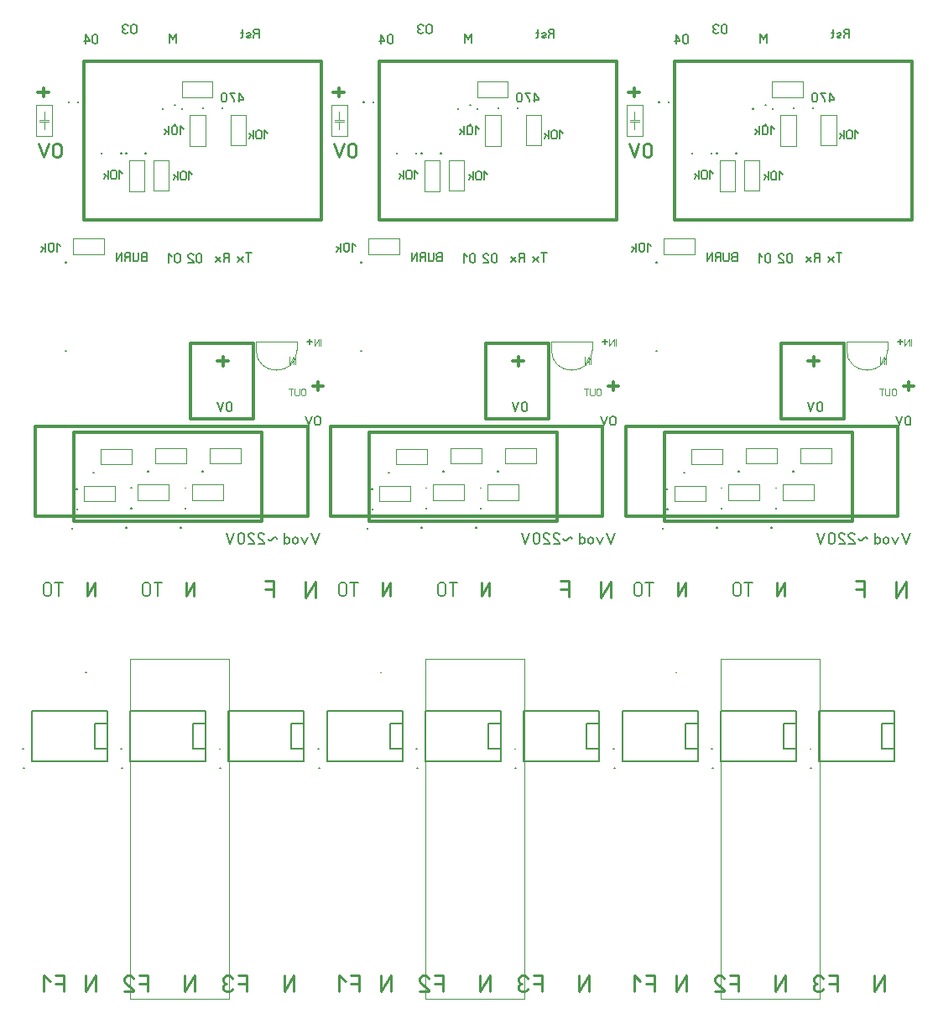
<source format=gbr>
%FSLAX34Y34*%
%MOMM*%
%LNSILK_BOTTOM*%
G71*
G01*
%ADD10C, 0.300*%
%ADD11C, 0.000*%
%ADD12C, 0.144*%
%ADD13C, 0.238*%
%ADD14C, 0.318*%
%ADD15C, 0.159*%
%ADD16C, 0.100*%
%ADD17C, 0.286*%
%ADD18C, 0.167*%
%ADD19C, 0.191*%
%ADD20C, 0.090*%
%ADD21C, 0.150*%
%LPD*%
G54D10*
X295700Y797600D02*
X55700Y797600D01*
X55700Y957600D01*
X295700Y957600D01*
X295700Y797600D01*
G54D11*
X23722Y913010D02*
X23722Y881610D01*
X7722Y881610D01*
X7722Y913010D01*
X23722Y913010D01*
G54D11*
X15722Y906410D02*
X15722Y898410D01*
X20722Y898410D01*
X10722Y898410D01*
G54D11*
X20722Y896410D02*
X10722Y896410D01*
G54D11*
X15722Y896410D02*
X15722Y888410D01*
G54D12*
X50350Y916959D02*
X50350Y916266D01*
X49772Y916266D01*
X49772Y916959D01*
X50350Y916959D01*
X50350Y916266D01*
G54D12*
X40850Y916959D02*
X40850Y916266D01*
X40272Y916266D01*
X40272Y916959D01*
X40850Y916959D01*
X40850Y916266D01*
G54D13*
X24647Y871855D02*
X24647Y863522D01*
X25647Y861855D01*
X27647Y861022D01*
X29647Y861022D01*
X31647Y861855D01*
X32647Y863522D01*
X32647Y871855D01*
X31647Y873522D01*
X29647Y874355D01*
X27647Y874355D01*
X25647Y873522D01*
X24647Y871855D01*
G54D13*
X19980Y874355D02*
X14980Y861022D01*
X9980Y874355D01*
G54D14*
X20277Y925956D02*
X9610Y925956D01*
G54D14*
X14944Y930401D02*
X14944Y921512D01*
G54D15*
X148880Y976370D02*
X148880Y985259D01*
X145546Y979704D01*
X142213Y985259D01*
X142213Y976370D01*
G54D16*
X203701Y903516D02*
X203701Y872316D01*
X219301Y872316D01*
X219301Y903516D01*
X203701Y903516D01*
G54D12*
X175822Y910817D02*
X175822Y910124D01*
X176399Y910124D01*
X176399Y910817D01*
X175822Y910817D01*
X175822Y910124D01*
G54D12*
X195324Y910816D02*
X195324Y910122D01*
X195902Y910122D01*
X195902Y910816D01*
X195324Y910816D01*
X195324Y910122D01*
G54D16*
X163001Y902816D02*
X163001Y871616D01*
X178601Y871616D01*
X178601Y902816D01*
X163001Y902816D01*
G54D12*
X135122Y910117D02*
X135122Y909424D01*
X135699Y909424D01*
X135699Y910117D01*
X135122Y910117D01*
X135122Y909424D01*
G54D12*
X154624Y910116D02*
X154624Y909422D01*
X155202Y909422D01*
X155202Y910116D01*
X154624Y910116D01*
X154624Y909422D01*
G54D16*
X154612Y921328D02*
X185812Y921328D01*
X185812Y936928D01*
X154612Y936928D01*
X154612Y921328D01*
G54D12*
X147311Y893448D02*
X148004Y893448D01*
X148004Y894026D01*
X147311Y894026D01*
X147311Y893448D01*
X148004Y893448D01*
G54D12*
X147312Y912951D02*
X148005Y912951D01*
X148005Y913529D01*
X147312Y913529D01*
X147312Y912951D01*
X148005Y912951D01*
G54D16*
X101401Y857716D02*
X101401Y826516D01*
X117001Y826516D01*
X117001Y857716D01*
X101401Y857716D01*
G54D12*
X73522Y865017D02*
X73522Y864324D01*
X74099Y864324D01*
X74099Y865017D01*
X73522Y865017D01*
X73522Y864324D01*
G54D12*
X93024Y865016D02*
X93024Y864322D01*
X93602Y864322D01*
X93602Y865016D01*
X93024Y865016D01*
X93024Y864322D01*
G54D16*
X126101Y857816D02*
X126101Y826616D01*
X141701Y826616D01*
X141701Y857816D01*
X126101Y857816D01*
G54D12*
X98222Y865117D02*
X98222Y864424D01*
X98799Y864424D01*
X98799Y865117D01*
X98222Y865117D01*
X98222Y864424D01*
G54D12*
X117724Y865116D02*
X117724Y864422D01*
X118302Y864422D01*
X118302Y865116D01*
X117724Y865116D01*
X117724Y864422D01*
G54D16*
X44912Y762928D02*
X76112Y762928D01*
X76112Y778528D01*
X44912Y778528D01*
X44912Y762928D01*
G54D12*
X37611Y665048D02*
X38304Y665048D01*
X38304Y665626D01*
X37611Y665626D01*
X37611Y665048D01*
X38304Y665048D01*
G54D12*
X37612Y754551D02*
X38305Y754551D01*
X38305Y755129D01*
X37612Y755129D01*
X37612Y754551D01*
X38305Y754551D01*
G54D15*
X119280Y755444D02*
X119280Y764333D01*
X115947Y764333D01*
X114614Y763778D01*
X113947Y762667D01*
X113947Y761556D01*
X114614Y760444D01*
X115947Y759889D01*
X114614Y759333D01*
X113947Y758222D01*
X113947Y757111D01*
X114614Y756000D01*
X115947Y755444D01*
X119280Y755444D01*
G54D15*
X119280Y759889D02*
X115947Y759889D01*
G54D15*
X110836Y764333D02*
X110836Y757111D01*
X110170Y756000D01*
X108836Y755444D01*
X107503Y755444D01*
X106170Y756000D01*
X105503Y757111D01*
X105503Y764333D01*
G54D15*
X99726Y759889D02*
X97726Y758778D01*
X97059Y757667D01*
X97059Y755444D01*
G54D15*
X102392Y755444D02*
X102392Y764333D01*
X99059Y764333D01*
X97726Y763778D01*
X97059Y762667D01*
X97059Y761556D01*
X97726Y760444D01*
X99059Y759889D01*
X102392Y759889D01*
G54D15*
X93948Y755444D02*
X93948Y764333D01*
X88615Y755444D01*
X88615Y764333D01*
G54D15*
X222214Y755044D02*
X222214Y763934D01*
G54D15*
X224880Y763934D02*
X219547Y763934D01*
G54D15*
X216436Y760044D02*
X211103Y755044D01*
G54D15*
X216436Y755044D02*
X211103Y760044D01*
G54D15*
X199714Y759389D02*
X197714Y758278D01*
X197047Y757167D01*
X197047Y754944D01*
G54D15*
X202380Y754944D02*
X202380Y763834D01*
X199047Y763834D01*
X197714Y763278D01*
X197047Y762167D01*
X197047Y761056D01*
X197714Y759944D01*
X199047Y759389D01*
X202380Y759389D01*
G54D15*
X193936Y759944D02*
X188603Y754944D01*
G54D15*
X193936Y754944D02*
X188603Y759944D01*
G54D15*
X31980Y770700D02*
X28647Y774033D01*
X28647Y765144D01*
G54D15*
X20203Y772367D02*
X20203Y766811D01*
X20870Y765700D01*
X22203Y765144D01*
X23536Y765144D01*
X24870Y765700D01*
X25536Y766811D01*
X25536Y772367D01*
X24870Y773478D01*
X23536Y774033D01*
X22203Y774033D01*
X20870Y773478D01*
X20203Y772367D01*
G54D15*
X17092Y765144D02*
X17092Y774033D01*
G54D15*
X15092Y768478D02*
X13092Y765144D01*
G54D15*
X17092Y767367D02*
X13092Y770144D01*
G54D15*
X165280Y843200D02*
X161947Y846534D01*
X161947Y837645D01*
G54D15*
X153503Y844867D02*
X153503Y839311D01*
X154170Y838200D01*
X155503Y837645D01*
X156836Y837645D01*
X158170Y838200D01*
X158836Y839311D01*
X158836Y844867D01*
X158170Y845978D01*
X156836Y846534D01*
X155503Y846534D01*
X154170Y845978D01*
X153503Y844867D01*
G54D15*
X150392Y837645D02*
X150392Y846534D01*
G54D15*
X148392Y840978D02*
X146392Y837645D01*
G54D15*
X150392Y839867D02*
X146392Y842645D01*
G54D15*
X95180Y844100D02*
X91847Y847434D01*
X91847Y838545D01*
G54D15*
X83403Y845767D02*
X83403Y840211D01*
X84070Y839100D01*
X85403Y838545D01*
X86736Y838545D01*
X88070Y839100D01*
X88736Y840211D01*
X88736Y845767D01*
X88070Y846878D01*
X86736Y847434D01*
X85403Y847434D01*
X84070Y846878D01*
X83403Y845767D01*
G54D15*
X80292Y838545D02*
X80292Y847434D01*
G54D15*
X78292Y841878D02*
X76292Y838545D01*
G54D15*
X80292Y840767D02*
X76292Y843545D01*
G54D15*
X241680Y884700D02*
X238347Y888033D01*
X238347Y879145D01*
G54D15*
X229903Y886367D02*
X229903Y880811D01*
X230570Y879700D01*
X231903Y879145D01*
X233236Y879145D01*
X234570Y879700D01*
X235236Y880811D01*
X235236Y886367D01*
X234570Y887478D01*
X233236Y888033D01*
X231903Y888033D01*
X230570Y887478D01*
X229903Y886367D01*
G54D15*
X226792Y879145D02*
X226792Y888033D01*
G54D15*
X224792Y882478D02*
X222792Y879145D01*
G54D15*
X226792Y881367D02*
X222792Y884145D01*
G54D15*
X156380Y889000D02*
X153047Y892333D01*
X153047Y883445D01*
G54D15*
X144603Y890667D02*
X144603Y885111D01*
X145270Y884000D01*
X146603Y883445D01*
X147936Y883445D01*
X149270Y884000D01*
X149936Y885111D01*
X149936Y890667D01*
X149270Y891778D01*
X147936Y892333D01*
X146603Y892333D01*
X145270Y891778D01*
X144603Y890667D01*
G54D15*
X141492Y883445D02*
X141492Y892333D01*
G54D15*
X139492Y886778D02*
X137492Y883445D01*
G54D15*
X141492Y885667D02*
X137492Y888445D01*
G54D15*
X212980Y916445D02*
X212980Y925333D01*
X216980Y919778D01*
X216980Y918667D01*
X211647Y918667D01*
G54D15*
X208536Y925333D02*
X203203Y925333D01*
X203870Y924222D01*
X205203Y922556D01*
X206536Y920333D01*
X207203Y918667D01*
X207203Y916445D01*
G54D15*
X194759Y923667D02*
X194759Y918111D01*
X195426Y917000D01*
X196759Y916445D01*
X198092Y916445D01*
X199426Y917000D01*
X200092Y918111D01*
X200092Y923667D01*
X199426Y924778D01*
X198092Y925333D01*
X196759Y925333D01*
X195426Y924778D01*
X194759Y923667D01*
G54D15*
X229814Y985389D02*
X227814Y984278D01*
X227147Y983167D01*
X227147Y980945D01*
G54D15*
X232480Y980945D02*
X232480Y989833D01*
X229147Y989833D01*
X227814Y989278D01*
X227147Y988167D01*
X227147Y987056D01*
X227814Y985945D01*
X229147Y985389D01*
X232480Y985389D01*
G54D15*
X224036Y981500D02*
X222703Y980945D01*
X221370Y980945D01*
X220036Y981500D01*
X220036Y982611D01*
X220703Y983167D01*
X223370Y983722D01*
X224036Y984278D01*
X224036Y985389D01*
X222703Y985945D01*
X221370Y985945D01*
X220036Y985389D01*
G54D15*
X215592Y989833D02*
X215592Y981500D01*
X214925Y980945D01*
X214259Y981167D01*
G54D15*
X216925Y985945D02*
X214259Y985945D01*
G54D15*
X64546Y982592D02*
X64546Y977037D01*
X65213Y975926D01*
X66546Y975370D01*
X67880Y975370D01*
X69213Y975926D01*
X69880Y977037D01*
X69880Y982592D01*
X69213Y983704D01*
X67880Y984259D01*
X66546Y984259D01*
X65213Y983704D01*
X64546Y982592D01*
G54D15*
X57436Y975370D02*
X57436Y984259D01*
X61436Y978704D01*
X61436Y977592D01*
X56102Y977592D01*
G54D15*
X103546Y992592D02*
X103546Y987037D01*
X104213Y985926D01*
X105546Y985370D01*
X106880Y985370D01*
X108213Y985926D01*
X108880Y987037D01*
X108880Y992592D01*
X108213Y993704D01*
X106880Y994259D01*
X105546Y994259D01*
X104213Y993704D01*
X103546Y992592D01*
G54D15*
X100436Y992592D02*
X99769Y993704D01*
X98436Y994259D01*
X97102Y994259D01*
X95769Y993704D01*
X95102Y992592D01*
X95102Y991481D01*
X95769Y990370D01*
X97102Y989815D01*
X95769Y989259D01*
X95102Y988148D01*
X95102Y987037D01*
X95769Y985926D01*
X97102Y985370D01*
X98436Y985370D01*
X99769Y985926D01*
X100436Y987037D01*
G54D15*
X147546Y761592D02*
X147546Y756037D01*
X148213Y754926D01*
X149546Y754370D01*
X150880Y754370D01*
X152213Y754926D01*
X152880Y756037D01*
X152880Y761592D01*
X152213Y762704D01*
X150880Y763259D01*
X149546Y763259D01*
X148213Y762704D01*
X147546Y761592D01*
G54D15*
X144436Y759926D02*
X141102Y763259D01*
X141102Y754370D01*
G54D15*
X169546Y761592D02*
X169546Y756037D01*
X170213Y754926D01*
X171546Y754370D01*
X172880Y754370D01*
X174213Y754926D01*
X174880Y756037D01*
X174880Y761592D01*
X174213Y762704D01*
X172880Y763259D01*
X171546Y763259D01*
X170213Y762704D01*
X169546Y761592D01*
G54D15*
X161102Y754370D02*
X166436Y754370D01*
X166436Y754926D01*
X165769Y756037D01*
X161769Y759370D01*
X161102Y760481D01*
X161102Y761592D01*
X161769Y762704D01*
X163102Y763259D01*
X164436Y763259D01*
X165769Y762704D01*
X166436Y761592D01*
G54D10*
X281575Y498700D02*
X6575Y498700D01*
X6575Y588700D01*
X281575Y588700D01*
X281575Y498700D01*
G54D17*
X247492Y417052D02*
X247492Y433052D01*
X239092Y433052D01*
G54D17*
X247492Y425052D02*
X239092Y425052D01*
G54D17*
X289384Y416552D02*
X289384Y432552D01*
X279784Y416552D01*
X279784Y432552D01*
G54D13*
X167183Y417885D02*
X167183Y431218D01*
X159183Y417885D01*
X159183Y431218D01*
G54D18*
X130656Y417822D02*
X130656Y431155D01*
G54D18*
X134656Y431155D02*
X126656Y431155D01*
G54D18*
X114989Y428655D02*
X114989Y420322D01*
X115989Y418655D01*
X117989Y417822D01*
X119989Y417822D01*
X121989Y418655D01*
X122989Y420322D01*
X122989Y428655D01*
X121989Y430322D01*
X119989Y431155D01*
X117989Y431155D01*
X115989Y430322D01*
X114989Y428655D01*
G54D19*
X293724Y481593D02*
X289724Y470926D01*
X285724Y481593D01*
G54D19*
X281991Y476926D02*
X278791Y470926D01*
X275591Y476926D01*
G54D19*
X267058Y472526D02*
X267058Y475193D01*
X267858Y476526D01*
X269458Y476926D01*
X271058Y476526D01*
X271858Y475193D01*
X271858Y472526D01*
X271058Y471193D01*
X269458Y470926D01*
X267858Y471193D01*
X267058Y472526D01*
G54D19*
X258525Y470926D02*
X258525Y481593D01*
G54D19*
X258525Y475193D02*
X259325Y476526D01*
X260925Y476926D01*
X262525Y476526D01*
X263325Y475193D01*
X263325Y472526D01*
X262525Y471193D01*
X260925Y470926D01*
X259325Y471193D01*
X258525Y472526D01*
G54D19*
X250899Y475593D02*
X250259Y476526D01*
X249299Y477060D01*
X248019Y477060D01*
X247059Y476526D01*
X246259Y475593D01*
X245619Y474660D01*
X244659Y474126D01*
X243219Y474126D01*
X242419Y474660D01*
X241779Y475593D01*
G54D19*
X231646Y470926D02*
X238046Y470926D01*
X238046Y471593D01*
X237246Y472926D01*
X232446Y476926D01*
X231646Y478260D01*
X231646Y479593D01*
X232446Y480926D01*
X234046Y481593D01*
X235646Y481593D01*
X237246Y480926D01*
X238046Y479593D01*
G54D19*
X221513Y470926D02*
X227913Y470926D01*
X227913Y471593D01*
X227113Y472926D01*
X222313Y476926D01*
X221513Y478260D01*
X221513Y479593D01*
X222313Y480926D01*
X223913Y481593D01*
X225513Y481593D01*
X227113Y480926D01*
X227913Y479593D01*
G54D19*
X211380Y479593D02*
X211380Y472926D01*
X212180Y471593D01*
X213780Y470926D01*
X215380Y470926D01*
X216980Y471593D01*
X217780Y472926D01*
X217780Y479593D01*
X216980Y480926D01*
X215380Y481593D01*
X213780Y481593D01*
X212180Y480926D01*
X211380Y479593D01*
G54D19*
X207647Y481593D02*
X203647Y470926D01*
X199647Y481593D01*
G54D13*
X67204Y417885D02*
X67204Y431218D01*
X59204Y417885D01*
X59204Y431218D01*
G54D18*
X30676Y417822D02*
X30676Y431155D01*
G54D18*
X34676Y431155D02*
X26676Y431155D01*
G54D18*
X15009Y428655D02*
X15009Y420322D01*
X16009Y418655D01*
X18009Y417822D01*
X20009Y417822D01*
X22009Y418655D01*
X23009Y420322D01*
X23009Y428655D01*
X22009Y430322D01*
X20009Y431155D01*
X18009Y431155D01*
X16009Y430322D01*
X15009Y428655D01*
G54D16*
X72776Y550599D02*
X103975Y550600D01*
X103975Y566199D01*
X72775Y566199D01*
X72776Y550599D01*
G54D12*
X48076Y525921D02*
X48770Y525921D01*
X48770Y526499D01*
X48076Y526499D01*
X48076Y525921D01*
X48770Y525921D01*
G54D12*
X65475Y542223D02*
X66169Y542223D01*
X66169Y542801D01*
X65475Y542801D01*
X65475Y542223D01*
X66169Y542223D01*
G54D16*
X56056Y513699D02*
X87256Y513699D01*
X87256Y529299D01*
X56056Y529299D01*
X56056Y513699D01*
G54D12*
X43755Y485821D02*
X44448Y485821D01*
X44448Y486399D01*
X43755Y486399D01*
X43755Y485821D01*
X44448Y485821D01*
G54D12*
X48757Y505322D02*
X49450Y505322D01*
X49450Y505900D01*
X48757Y505900D01*
X48757Y505322D01*
X49450Y505322D01*
G54D16*
X165376Y514699D02*
X196575Y514700D01*
X196576Y530299D01*
X165376Y530299D01*
X165376Y514699D01*
G54D12*
X153075Y486820D02*
X153769Y486820D01*
X153769Y487398D01*
X153075Y487398D01*
X153075Y486820D01*
X153769Y486820D01*
G54D12*
X158074Y506322D02*
X158768Y506322D01*
X158768Y506900D01*
X158074Y506900D01*
X158074Y506322D01*
X158768Y506322D01*
G54D16*
X110376Y514699D02*
X141576Y514700D01*
X141576Y530300D01*
X110376Y530300D01*
X110376Y514699D01*
G54D12*
X98074Y486819D02*
X98768Y486819D01*
X98768Y487397D01*
X98074Y487397D01*
X98074Y486819D01*
X98768Y486819D01*
G54D12*
X103076Y506322D02*
X103769Y506322D01*
X103769Y506900D01*
X103076Y506900D01*
X103076Y506322D01*
X103769Y506322D01*
G54D16*
X182776Y551600D02*
X213975Y551600D01*
X213976Y567200D01*
X182776Y567200D01*
X182776Y551600D01*
G54D12*
X158074Y526922D02*
X158768Y526922D01*
X158768Y527500D01*
X158074Y527500D01*
X158074Y526922D01*
X158768Y526922D01*
G54D12*
X175474Y543223D02*
X176168Y543223D01*
X176168Y543801D01*
X175474Y543801D01*
X175474Y543223D01*
X176168Y543223D01*
G54D16*
X127776Y551599D02*
X158976Y551599D01*
X158976Y567200D01*
X127776Y567200D01*
X127776Y551599D01*
G54D12*
X103076Y526923D02*
X103769Y526923D01*
X103769Y527501D01*
X103076Y527501D01*
X103076Y526923D01*
X103769Y526923D01*
G54D12*
X120474Y543222D02*
X121168Y543222D01*
X121168Y543799D01*
X120474Y543799D01*
X120474Y543222D01*
X121168Y543222D01*
G54D10*
X235803Y583503D02*
X235803Y493503D01*
X45803Y493503D01*
X45803Y583503D01*
X235803Y583503D01*
G54D10*
X163301Y673103D02*
X226801Y673103D01*
X226801Y596903D01*
X163301Y596903D01*
X163301Y673103D01*
G54D15*
X199956Y611569D02*
X199956Y606013D01*
X200623Y604902D01*
X201956Y604347D01*
X203290Y604347D01*
X204623Y604902D01*
X205290Y606013D01*
X205290Y611569D01*
X204623Y612680D01*
X203290Y613236D01*
X201956Y613236D01*
X200623Y612680D01*
X199956Y611569D01*
G54D15*
X196846Y613236D02*
X193512Y604347D01*
X190179Y613236D01*
G54D14*
X297531Y629739D02*
X286864Y629739D01*
G54D14*
X292198Y634184D02*
X292198Y625294D01*
G54D15*
X288956Y597569D02*
X288956Y592013D01*
X289623Y590902D01*
X290956Y590347D01*
X292290Y590347D01*
X293623Y590902D01*
X294290Y592013D01*
X294290Y597569D01*
X293623Y598680D01*
X292290Y599236D01*
X290956Y599236D01*
X289623Y598680D01*
X288956Y597569D01*
G54D15*
X285846Y599236D02*
X282512Y590347D01*
X279179Y599236D01*
G54D16*
X229700Y666250D02*
X229700Y674250D01*
X270900Y674250D01*
X270900Y666250D01*
G54D16*
G75*
G01X229600Y666350D02*
G03X271000Y666350I20700J0D01*
G01*
G54D20*
X269660Y652050D02*
X269660Y659150D01*
G54D20*
X267660Y652050D02*
X267660Y659150D01*
X263360Y652050D01*
X263360Y659150D01*
G54D14*
X201531Y654739D02*
X190864Y654739D01*
G54D14*
X196198Y659184D02*
X196198Y650294D01*
G54D20*
X294660Y670050D02*
X294660Y677150D01*
G54D20*
X292660Y670050D02*
X292660Y677150D01*
X288360Y670050D01*
X288360Y677150D01*
G54D20*
X275140Y625850D02*
X275140Y621350D01*
X275740Y620450D01*
X276740Y620050D01*
X277840Y620050D01*
X278940Y620450D01*
X279440Y621350D01*
X279440Y625850D01*
X278940Y626750D01*
X277840Y627150D01*
X276740Y627150D01*
X275740Y626750D01*
X275140Y625850D01*
G54D20*
X273140Y627150D02*
X273140Y621350D01*
X272640Y620450D01*
X271540Y620050D01*
X270440Y620050D01*
X269440Y620450D01*
X268840Y621350D01*
X268840Y627150D01*
G54D20*
X264740Y620050D02*
X264740Y627150D01*
G54D20*
X266840Y627150D02*
X262540Y627150D01*
G54D15*
X286268Y674464D02*
X280935Y674464D01*
G54D15*
X283602Y676686D02*
X283602Y672242D01*
G54D17*
X220066Y18981D02*
X220066Y34981D01*
X211666Y34981D01*
G54D17*
X220066Y26981D02*
X211666Y26981D01*
G54D17*
X206066Y31981D02*
X204866Y33981D01*
X202466Y34981D01*
X200066Y34981D01*
X197666Y33981D01*
X196466Y31981D01*
X196466Y29981D01*
X197666Y27981D01*
X200066Y26981D01*
X197666Y25981D01*
X196466Y23981D01*
X196466Y21981D01*
X197666Y19981D01*
X200066Y18981D01*
X202466Y18981D01*
X204866Y19981D01*
X206066Y21981D01*
G54D17*
X267457Y18981D02*
X267457Y34981D01*
X257857Y18981D01*
X257857Y34981D01*
G54D17*
X120066Y18981D02*
X120066Y34981D01*
X111666Y34981D01*
G54D17*
X120066Y26981D02*
X111666Y26981D01*
G54D17*
X96466Y18981D02*
X106066Y18981D01*
X106066Y19981D01*
X104866Y21981D01*
X97666Y27981D01*
X96466Y29981D01*
X96466Y31981D01*
X97666Y33981D01*
X100066Y34981D01*
X102466Y34981D01*
X104866Y33981D01*
X106066Y31981D01*
G54D17*
X167457Y18981D02*
X167457Y34981D01*
X157857Y18981D01*
X157857Y34981D01*
G54D21*
X79354Y251429D02*
X79354Y302229D01*
X3154Y302229D01*
X3154Y251429D01*
X79354Y251429D01*
G54D21*
X79354Y264129D02*
X79354Y289529D01*
X66654Y289529D01*
X66654Y264129D01*
X79354Y264129D01*
G54D12*
X-4096Y244188D02*
X-4790Y244188D01*
X-4790Y244766D01*
X-4096Y244766D01*
X-4096Y244188D01*
X-4790Y244188D01*
G54D12*
X-5483Y263688D02*
X-4790Y263688D01*
X-4790Y264266D01*
X-5483Y264266D01*
X-5483Y263688D01*
X-4790Y263688D01*
G54D12*
X-5483Y263688D02*
X-4790Y263688D01*
X-4790Y264266D01*
X-5483Y264266D01*
X-5483Y263688D01*
X-4790Y263688D01*
G54D17*
X35666Y18981D02*
X35666Y34981D01*
X27266Y34981D01*
G54D17*
X35666Y26981D02*
X27266Y26981D01*
G54D17*
X21666Y28981D02*
X15666Y34981D01*
X15666Y18981D01*
G54D17*
X67457Y18981D02*
X67457Y34981D01*
X57857Y18981D01*
X57857Y34981D01*
G54D21*
X178379Y251300D02*
X178379Y302100D01*
X102179Y302100D01*
X102179Y251300D01*
X178379Y251300D01*
G54D21*
X178379Y264000D02*
X178379Y289400D01*
X165679Y289400D01*
X165679Y264000D01*
X178379Y264000D01*
G54D12*
X94928Y244059D02*
X94235Y244059D01*
X94235Y244637D01*
X94928Y244637D01*
X94928Y244059D01*
X94235Y244059D01*
G54D12*
X93542Y263559D02*
X94235Y263559D01*
X94235Y264137D01*
X93542Y264137D01*
X93542Y263559D01*
X94235Y263559D01*
G54D12*
X93542Y263559D02*
X94235Y263559D01*
X94235Y264137D01*
X93542Y264137D01*
X93542Y263559D01*
X94235Y263559D01*
G54D21*
X277579Y251400D02*
X277579Y302200D01*
X201379Y302200D01*
X201379Y251400D01*
X277579Y251400D01*
G54D21*
X277579Y264100D02*
X277579Y289500D01*
X264879Y289500D01*
X264879Y264100D01*
X277579Y264100D01*
G54D12*
X194128Y244159D02*
X193435Y244159D01*
X193435Y244737D01*
X194128Y244737D01*
X194128Y244159D01*
X193435Y244159D01*
G54D12*
X192742Y263659D02*
X193435Y263659D01*
X193435Y264237D01*
X192742Y264237D01*
X192742Y263659D01*
X193435Y263659D01*
G54D12*
X192742Y263659D02*
X193435Y263659D01*
X193435Y264237D01*
X192742Y264237D01*
X192742Y263659D01*
X193435Y263659D01*
G54D12*
X57364Y340676D02*
X58058Y340676D01*
X58058Y341254D01*
X57364Y341254D01*
X57364Y340676D01*
X58058Y340676D01*
G54D16*
X102454Y354429D02*
X202454Y354429D01*
X202454Y11329D01*
X102454Y11329D01*
X102454Y354429D01*
G54D10*
X593700Y797600D02*
X353700Y797600D01*
X353700Y957600D01*
X593700Y957600D01*
X593700Y797600D01*
G54D11*
X321722Y913010D02*
X321722Y881610D01*
X305722Y881610D01*
X305722Y913010D01*
X321722Y913010D01*
G54D11*
X313722Y906410D02*
X313722Y898410D01*
X318722Y898410D01*
X308722Y898410D01*
G54D11*
X318722Y896410D02*
X308722Y896410D01*
G54D11*
X313722Y896410D02*
X313722Y888410D01*
G54D12*
X348350Y916959D02*
X348350Y916266D01*
X347772Y916266D01*
X347772Y916959D01*
X348350Y916959D01*
X348350Y916266D01*
G54D12*
X338850Y916959D02*
X338850Y916266D01*
X338272Y916266D01*
X338272Y916959D01*
X338850Y916959D01*
X338850Y916266D01*
G54D13*
X322647Y871855D02*
X322647Y863522D01*
X323647Y861855D01*
X325647Y861022D01*
X327647Y861022D01*
X329647Y861855D01*
X330647Y863522D01*
X330647Y871855D01*
X329647Y873522D01*
X327647Y874355D01*
X325647Y874355D01*
X323647Y873522D01*
X322647Y871855D01*
G54D13*
X317980Y874355D02*
X312980Y861022D01*
X307980Y874355D01*
G54D14*
X318277Y925956D02*
X307610Y925956D01*
G54D14*
X312944Y930401D02*
X312944Y921512D01*
G54D15*
X446880Y976370D02*
X446880Y985259D01*
X443546Y979704D01*
X440213Y985259D01*
X440213Y976370D01*
G54D16*
X501701Y903516D02*
X501701Y872316D01*
X517301Y872316D01*
X517301Y903516D01*
X501701Y903516D01*
G54D12*
X473822Y910817D02*
X473822Y910124D01*
X474399Y910124D01*
X474399Y910817D01*
X473822Y910817D01*
X473822Y910124D01*
G54D12*
X493324Y910816D02*
X493324Y910122D01*
X493902Y910122D01*
X493902Y910816D01*
X493324Y910816D01*
X493324Y910122D01*
G54D16*
X461001Y902816D02*
X461001Y871616D01*
X476601Y871616D01*
X476601Y902816D01*
X461001Y902816D01*
G54D12*
X433122Y910117D02*
X433122Y909424D01*
X433699Y909424D01*
X433699Y910117D01*
X433122Y910117D01*
X433122Y909424D01*
G54D12*
X452624Y910116D02*
X452624Y909422D01*
X453202Y909422D01*
X453202Y910116D01*
X452624Y910116D01*
X452624Y909422D01*
G54D16*
X452612Y921328D02*
X483812Y921328D01*
X483812Y936928D01*
X452612Y936928D01*
X452612Y921328D01*
G54D12*
X445311Y893448D02*
X446004Y893448D01*
X446004Y894026D01*
X445311Y894026D01*
X445311Y893448D01*
X446004Y893448D01*
G54D12*
X445312Y912951D02*
X446005Y912951D01*
X446005Y913529D01*
X445312Y913529D01*
X445312Y912951D01*
X446005Y912951D01*
G54D16*
X399401Y857716D02*
X399401Y826516D01*
X415001Y826516D01*
X415001Y857716D01*
X399401Y857716D01*
G54D12*
X371522Y865017D02*
X371522Y864324D01*
X372099Y864324D01*
X372099Y865017D01*
X371522Y865017D01*
X371522Y864324D01*
G54D12*
X391024Y865016D02*
X391024Y864322D01*
X391602Y864322D01*
X391602Y865016D01*
X391024Y865016D01*
X391024Y864322D01*
G54D16*
X424101Y857816D02*
X424101Y826616D01*
X439701Y826616D01*
X439701Y857816D01*
X424101Y857816D01*
G54D12*
X396222Y865117D02*
X396222Y864424D01*
X396799Y864424D01*
X396799Y865117D01*
X396222Y865117D01*
X396222Y864424D01*
G54D12*
X415724Y865116D02*
X415724Y864422D01*
X416302Y864422D01*
X416302Y865116D01*
X415724Y865116D01*
X415724Y864422D01*
G54D16*
X342912Y762928D02*
X374112Y762928D01*
X374112Y778528D01*
X342912Y778528D01*
X342912Y762928D01*
G54D12*
X335611Y665048D02*
X336304Y665048D01*
X336304Y665626D01*
X335611Y665626D01*
X335611Y665048D01*
X336304Y665048D01*
G54D12*
X335612Y754551D02*
X336305Y754551D01*
X336305Y755129D01*
X335612Y755129D01*
X335612Y754551D01*
X336305Y754551D01*
G54D15*
X417280Y755444D02*
X417280Y764333D01*
X413947Y764333D01*
X412614Y763778D01*
X411947Y762667D01*
X411947Y761556D01*
X412614Y760444D01*
X413947Y759889D01*
X412614Y759333D01*
X411947Y758222D01*
X411947Y757111D01*
X412614Y756000D01*
X413947Y755444D01*
X417280Y755444D01*
G54D15*
X417280Y759889D02*
X413947Y759889D01*
G54D15*
X408836Y764333D02*
X408836Y757111D01*
X408170Y756000D01*
X406836Y755444D01*
X405503Y755444D01*
X404170Y756000D01*
X403503Y757111D01*
X403503Y764333D01*
G54D15*
X397726Y759889D02*
X395726Y758778D01*
X395059Y757667D01*
X395059Y755444D01*
G54D15*
X400392Y755444D02*
X400392Y764333D01*
X397059Y764333D01*
X395726Y763778D01*
X395059Y762667D01*
X395059Y761556D01*
X395726Y760444D01*
X397059Y759889D01*
X400392Y759889D01*
G54D15*
X391948Y755444D02*
X391948Y764333D01*
X386615Y755444D01*
X386615Y764333D01*
G54D15*
X520214Y755044D02*
X520214Y763934D01*
G54D15*
X522880Y763934D02*
X517547Y763934D01*
G54D15*
X514436Y760044D02*
X509103Y755044D01*
G54D15*
X514436Y755044D02*
X509103Y760044D01*
G54D15*
X497714Y759389D02*
X495714Y758278D01*
X495047Y757167D01*
X495047Y754944D01*
G54D15*
X500380Y754944D02*
X500380Y763834D01*
X497047Y763834D01*
X495714Y763278D01*
X495047Y762167D01*
X495047Y761056D01*
X495714Y759944D01*
X497047Y759389D01*
X500380Y759389D01*
G54D15*
X491936Y759944D02*
X486603Y754944D01*
G54D15*
X491936Y754944D02*
X486603Y759944D01*
G54D15*
X329980Y770700D02*
X326647Y774033D01*
X326647Y765144D01*
G54D15*
X318203Y772367D02*
X318203Y766811D01*
X318870Y765700D01*
X320203Y765144D01*
X321536Y765144D01*
X322870Y765700D01*
X323536Y766811D01*
X323536Y772367D01*
X322870Y773478D01*
X321536Y774033D01*
X320203Y774033D01*
X318870Y773478D01*
X318203Y772367D01*
G54D15*
X315092Y765144D02*
X315092Y774033D01*
G54D15*
X313092Y768478D02*
X311092Y765144D01*
G54D15*
X315092Y767367D02*
X311092Y770144D01*
G54D15*
X463280Y843200D02*
X459947Y846534D01*
X459947Y837645D01*
G54D15*
X451503Y844867D02*
X451503Y839311D01*
X452170Y838200D01*
X453503Y837645D01*
X454836Y837645D01*
X456170Y838200D01*
X456836Y839311D01*
X456836Y844867D01*
X456170Y845978D01*
X454836Y846534D01*
X453503Y846534D01*
X452170Y845978D01*
X451503Y844867D01*
G54D15*
X448392Y837645D02*
X448392Y846534D01*
G54D15*
X446392Y840978D02*
X444392Y837645D01*
G54D15*
X448392Y839867D02*
X444392Y842645D01*
G54D15*
X393180Y844100D02*
X389847Y847434D01*
X389847Y838545D01*
G54D15*
X381403Y845767D02*
X381403Y840211D01*
X382070Y839100D01*
X383403Y838545D01*
X384736Y838545D01*
X386070Y839100D01*
X386736Y840211D01*
X386736Y845767D01*
X386070Y846878D01*
X384736Y847434D01*
X383403Y847434D01*
X382070Y846878D01*
X381403Y845767D01*
G54D15*
X378292Y838545D02*
X378292Y847434D01*
G54D15*
X376292Y841878D02*
X374292Y838545D01*
G54D15*
X378292Y840767D02*
X374292Y843545D01*
G54D15*
X539680Y884700D02*
X536347Y888033D01*
X536347Y879145D01*
G54D15*
X527903Y886367D02*
X527903Y880811D01*
X528570Y879700D01*
X529903Y879145D01*
X531236Y879145D01*
X532570Y879700D01*
X533236Y880811D01*
X533236Y886367D01*
X532570Y887478D01*
X531236Y888033D01*
X529903Y888033D01*
X528570Y887478D01*
X527903Y886367D01*
G54D15*
X524792Y879145D02*
X524792Y888033D01*
G54D15*
X522792Y882478D02*
X520792Y879145D01*
G54D15*
X524792Y881367D02*
X520792Y884145D01*
G54D15*
X454380Y889000D02*
X451047Y892333D01*
X451047Y883445D01*
G54D15*
X442603Y890667D02*
X442603Y885111D01*
X443270Y884000D01*
X444603Y883445D01*
X445936Y883445D01*
X447270Y884000D01*
X447936Y885111D01*
X447936Y890667D01*
X447270Y891778D01*
X445936Y892333D01*
X444603Y892333D01*
X443270Y891778D01*
X442603Y890667D01*
G54D15*
X439492Y883445D02*
X439492Y892333D01*
G54D15*
X437492Y886778D02*
X435492Y883445D01*
G54D15*
X439492Y885667D02*
X435492Y888445D01*
G54D15*
X510980Y916445D02*
X510980Y925333D01*
X514980Y919778D01*
X514980Y918667D01*
X509647Y918667D01*
G54D15*
X506536Y925333D02*
X501203Y925333D01*
X501870Y924222D01*
X503203Y922556D01*
X504536Y920333D01*
X505203Y918667D01*
X505203Y916445D01*
G54D15*
X492759Y923667D02*
X492759Y918111D01*
X493426Y917000D01*
X494759Y916445D01*
X496092Y916445D01*
X497426Y917000D01*
X498092Y918111D01*
X498092Y923667D01*
X497426Y924778D01*
X496092Y925333D01*
X494759Y925333D01*
X493426Y924778D01*
X492759Y923667D01*
G54D15*
X527814Y985389D02*
X525814Y984278D01*
X525147Y983167D01*
X525147Y980945D01*
G54D15*
X530480Y980945D02*
X530480Y989833D01*
X527147Y989833D01*
X525814Y989278D01*
X525147Y988167D01*
X525147Y987056D01*
X525814Y985945D01*
X527147Y985389D01*
X530480Y985389D01*
G54D15*
X522036Y981500D02*
X520703Y980945D01*
X519370Y980945D01*
X518036Y981500D01*
X518036Y982611D01*
X518703Y983167D01*
X521370Y983722D01*
X522036Y984278D01*
X522036Y985389D01*
X520703Y985945D01*
X519370Y985945D01*
X518036Y985389D01*
G54D15*
X513592Y989833D02*
X513592Y981500D01*
X512925Y980945D01*
X512259Y981167D01*
G54D15*
X514925Y985945D02*
X512259Y985945D01*
G54D15*
X362546Y982592D02*
X362546Y977037D01*
X363213Y975926D01*
X364546Y975370D01*
X365880Y975370D01*
X367213Y975926D01*
X367880Y977037D01*
X367880Y982592D01*
X367213Y983704D01*
X365880Y984259D01*
X364546Y984259D01*
X363213Y983704D01*
X362546Y982592D01*
G54D15*
X355436Y975370D02*
X355436Y984259D01*
X359436Y978704D01*
X359436Y977592D01*
X354102Y977592D01*
G54D15*
X401546Y992592D02*
X401546Y987037D01*
X402213Y985926D01*
X403546Y985370D01*
X404880Y985370D01*
X406213Y985926D01*
X406880Y987037D01*
X406880Y992592D01*
X406213Y993704D01*
X404880Y994259D01*
X403546Y994259D01*
X402213Y993704D01*
X401546Y992592D01*
G54D15*
X398436Y992592D02*
X397769Y993704D01*
X396436Y994259D01*
X395102Y994259D01*
X393769Y993704D01*
X393102Y992592D01*
X393102Y991481D01*
X393769Y990370D01*
X395102Y989815D01*
X393769Y989259D01*
X393102Y988148D01*
X393102Y987037D01*
X393769Y985926D01*
X395102Y985370D01*
X396436Y985370D01*
X397769Y985926D01*
X398436Y987037D01*
G54D15*
X445546Y761592D02*
X445546Y756037D01*
X446213Y754926D01*
X447546Y754370D01*
X448880Y754370D01*
X450213Y754926D01*
X450880Y756037D01*
X450880Y761592D01*
X450213Y762704D01*
X448880Y763259D01*
X447546Y763259D01*
X446213Y762704D01*
X445546Y761592D01*
G54D15*
X442436Y759926D02*
X439102Y763259D01*
X439102Y754370D01*
G54D15*
X467546Y761592D02*
X467546Y756037D01*
X468213Y754926D01*
X469546Y754370D01*
X470880Y754370D01*
X472213Y754926D01*
X472880Y756037D01*
X472880Y761592D01*
X472213Y762704D01*
X470880Y763259D01*
X469546Y763259D01*
X468213Y762704D01*
X467546Y761592D01*
G54D15*
X459102Y754370D02*
X464436Y754370D01*
X464436Y754926D01*
X463769Y756037D01*
X459769Y759370D01*
X459102Y760481D01*
X459102Y761592D01*
X459769Y762704D01*
X461102Y763259D01*
X462436Y763259D01*
X463769Y762704D01*
X464436Y761592D01*
G54D10*
X579575Y498700D02*
X304575Y498700D01*
X304575Y588700D01*
X579575Y588700D01*
X579575Y498700D01*
G54D17*
X545492Y417052D02*
X545492Y433052D01*
X537092Y433052D01*
G54D17*
X545492Y425052D02*
X537092Y425052D01*
G54D17*
X587384Y416552D02*
X587384Y432552D01*
X577784Y416552D01*
X577784Y432552D01*
G54D13*
X465183Y417885D02*
X465183Y431218D01*
X457183Y417885D01*
X457183Y431218D01*
G54D18*
X428656Y417822D02*
X428656Y431155D01*
G54D18*
X432656Y431155D02*
X424656Y431155D01*
G54D18*
X412989Y428655D02*
X412989Y420322D01*
X413989Y418655D01*
X415989Y417822D01*
X417989Y417822D01*
X419989Y418655D01*
X420989Y420322D01*
X420989Y428655D01*
X419989Y430322D01*
X417989Y431155D01*
X415989Y431155D01*
X413989Y430322D01*
X412989Y428655D01*
G54D19*
X591724Y481593D02*
X587724Y470926D01*
X583724Y481593D01*
G54D19*
X579991Y476926D02*
X576791Y470926D01*
X573591Y476926D01*
G54D19*
X565058Y472526D02*
X565058Y475193D01*
X565858Y476526D01*
X567458Y476926D01*
X569058Y476526D01*
X569858Y475193D01*
X569858Y472526D01*
X569058Y471193D01*
X567458Y470926D01*
X565858Y471193D01*
X565058Y472526D01*
G54D19*
X556525Y470926D02*
X556525Y481593D01*
G54D19*
X556525Y475193D02*
X557325Y476526D01*
X558925Y476926D01*
X560525Y476526D01*
X561325Y475193D01*
X561325Y472526D01*
X560525Y471193D01*
X558925Y470926D01*
X557325Y471193D01*
X556525Y472526D01*
G54D19*
X548899Y475593D02*
X548259Y476526D01*
X547299Y477060D01*
X546019Y477060D01*
X545059Y476526D01*
X544259Y475593D01*
X543619Y474660D01*
X542659Y474126D01*
X541219Y474126D01*
X540419Y474660D01*
X539779Y475593D01*
G54D19*
X529646Y470926D02*
X536046Y470926D01*
X536046Y471593D01*
X535246Y472926D01*
X530446Y476926D01*
X529646Y478260D01*
X529646Y479593D01*
X530446Y480926D01*
X532046Y481593D01*
X533646Y481593D01*
X535246Y480926D01*
X536046Y479593D01*
G54D19*
X519513Y470926D02*
X525913Y470926D01*
X525913Y471593D01*
X525113Y472926D01*
X520313Y476926D01*
X519513Y478260D01*
X519513Y479593D01*
X520313Y480926D01*
X521913Y481593D01*
X523513Y481593D01*
X525113Y480926D01*
X525913Y479593D01*
G54D19*
X509380Y479593D02*
X509380Y472926D01*
X510180Y471593D01*
X511780Y470926D01*
X513380Y470926D01*
X514980Y471593D01*
X515780Y472926D01*
X515780Y479593D01*
X514980Y480926D01*
X513380Y481593D01*
X511780Y481593D01*
X510180Y480926D01*
X509380Y479593D01*
G54D19*
X505647Y481593D02*
X501647Y470926D01*
X497647Y481593D01*
G54D13*
X365204Y417885D02*
X365204Y431218D01*
X357204Y417885D01*
X357204Y431218D01*
G54D18*
X328676Y417822D02*
X328676Y431155D01*
G54D18*
X332676Y431155D02*
X324676Y431155D01*
G54D18*
X313009Y428655D02*
X313009Y420322D01*
X314009Y418655D01*
X316009Y417822D01*
X318009Y417822D01*
X320009Y418655D01*
X321009Y420322D01*
X321009Y428655D01*
X320009Y430322D01*
X318009Y431155D01*
X316009Y431155D01*
X314009Y430322D01*
X313009Y428655D01*
G54D16*
X370776Y550599D02*
X401975Y550600D01*
X401975Y566199D01*
X370775Y566199D01*
X370776Y550599D01*
G54D12*
X346076Y525921D02*
X346770Y525921D01*
X346770Y526499D01*
X346076Y526499D01*
X346076Y525921D01*
X346770Y525921D01*
G54D12*
X363475Y542223D02*
X364169Y542223D01*
X364169Y542801D01*
X363475Y542801D01*
X363475Y542223D01*
X364169Y542223D01*
G54D16*
X354056Y513699D02*
X385256Y513699D01*
X385256Y529299D01*
X354056Y529299D01*
X354056Y513699D01*
G54D12*
X341755Y485821D02*
X342448Y485821D01*
X342448Y486399D01*
X341755Y486399D01*
X341755Y485821D01*
X342448Y485821D01*
G54D12*
X346757Y505322D02*
X347450Y505322D01*
X347450Y505900D01*
X346757Y505900D01*
X346757Y505322D01*
X347450Y505322D01*
G54D16*
X463376Y514699D02*
X494575Y514700D01*
X494576Y530299D01*
X463376Y530299D01*
X463376Y514699D01*
G54D12*
X451075Y486820D02*
X451769Y486820D01*
X451769Y487398D01*
X451075Y487398D01*
X451075Y486820D01*
X451769Y486820D01*
G54D12*
X456074Y506322D02*
X456768Y506322D01*
X456768Y506900D01*
X456074Y506900D01*
X456074Y506322D01*
X456768Y506322D01*
G54D16*
X408376Y514699D02*
X439576Y514700D01*
X439576Y530300D01*
X408376Y530300D01*
X408376Y514699D01*
G54D12*
X396074Y486819D02*
X396768Y486819D01*
X396768Y487397D01*
X396074Y487397D01*
X396074Y486819D01*
X396768Y486819D01*
G54D12*
X401076Y506322D02*
X401769Y506322D01*
X401769Y506900D01*
X401076Y506900D01*
X401076Y506322D01*
X401769Y506322D01*
G54D16*
X480776Y551600D02*
X511975Y551600D01*
X511976Y567200D01*
X480776Y567200D01*
X480776Y551600D01*
G54D12*
X456074Y526922D02*
X456768Y526922D01*
X456768Y527500D01*
X456074Y527500D01*
X456074Y526922D01*
X456768Y526922D01*
G54D12*
X473474Y543223D02*
X474168Y543223D01*
X474168Y543801D01*
X473474Y543801D01*
X473474Y543223D01*
X474168Y543223D01*
G54D16*
X425776Y551599D02*
X456976Y551599D01*
X456976Y567200D01*
X425776Y567200D01*
X425776Y551599D01*
G54D12*
X401076Y526923D02*
X401769Y526923D01*
X401769Y527501D01*
X401076Y527501D01*
X401076Y526923D01*
X401769Y526923D01*
G54D12*
X418474Y543222D02*
X419168Y543222D01*
X419168Y543799D01*
X418474Y543799D01*
X418474Y543222D01*
X419168Y543222D01*
G54D10*
X533803Y583503D02*
X533803Y493503D01*
X343803Y493503D01*
X343803Y583503D01*
X533803Y583503D01*
G54D10*
X461301Y673103D02*
X524801Y673103D01*
X524801Y596903D01*
X461301Y596903D01*
X461301Y673103D01*
G54D15*
X497956Y611569D02*
X497956Y606013D01*
X498623Y604902D01*
X499956Y604347D01*
X501290Y604347D01*
X502623Y604902D01*
X503290Y606013D01*
X503290Y611569D01*
X502623Y612680D01*
X501290Y613236D01*
X499956Y613236D01*
X498623Y612680D01*
X497956Y611569D01*
G54D15*
X494846Y613236D02*
X491512Y604347D01*
X488179Y613236D01*
G54D14*
X595531Y629739D02*
X584864Y629739D01*
G54D14*
X590198Y634184D02*
X590198Y625294D01*
G54D15*
X586956Y597569D02*
X586956Y592013D01*
X587623Y590902D01*
X588956Y590347D01*
X590290Y590347D01*
X591623Y590902D01*
X592290Y592013D01*
X592290Y597569D01*
X591623Y598680D01*
X590290Y599236D01*
X588956Y599236D01*
X587623Y598680D01*
X586956Y597569D01*
G54D15*
X583846Y599236D02*
X580512Y590347D01*
X577179Y599236D01*
G54D16*
X527700Y666250D02*
X527700Y674250D01*
X568900Y674250D01*
X568900Y666250D01*
G54D16*
G75*
G01X527600Y666350D02*
G03X569000Y666350I20700J0D01*
G01*
G54D20*
X567660Y652050D02*
X567660Y659150D01*
G54D20*
X565660Y652050D02*
X565660Y659150D01*
X561360Y652050D01*
X561360Y659150D01*
G54D14*
X499531Y654739D02*
X488864Y654739D01*
G54D14*
X494198Y659184D02*
X494198Y650294D01*
G54D20*
X592660Y670050D02*
X592660Y677150D01*
G54D20*
X590660Y670050D02*
X590660Y677150D01*
X586360Y670050D01*
X586360Y677150D01*
G54D20*
X573140Y625850D02*
X573140Y621350D01*
X573740Y620450D01*
X574740Y620050D01*
X575840Y620050D01*
X576940Y620450D01*
X577440Y621350D01*
X577440Y625850D01*
X576940Y626750D01*
X575840Y627150D01*
X574740Y627150D01*
X573740Y626750D01*
X573140Y625850D01*
G54D20*
X571140Y627150D02*
X571140Y621350D01*
X570640Y620450D01*
X569540Y620050D01*
X568440Y620050D01*
X567440Y620450D01*
X566840Y621350D01*
X566840Y627150D01*
G54D20*
X562740Y620050D02*
X562740Y627150D01*
G54D20*
X564840Y627150D02*
X560540Y627150D01*
G54D15*
X584268Y674464D02*
X578935Y674464D01*
G54D15*
X581602Y676686D02*
X581602Y672242D01*
G54D17*
X518066Y18981D02*
X518066Y34981D01*
X509666Y34981D01*
G54D17*
X518066Y26981D02*
X509666Y26981D01*
G54D17*
X504066Y31981D02*
X502866Y33981D01*
X500466Y34981D01*
X498066Y34981D01*
X495666Y33981D01*
X494466Y31981D01*
X494466Y29981D01*
X495666Y27981D01*
X498066Y26981D01*
X495666Y25981D01*
X494466Y23981D01*
X494466Y21981D01*
X495666Y19981D01*
X498066Y18981D01*
X500466Y18981D01*
X502866Y19981D01*
X504066Y21981D01*
G54D17*
X565457Y18981D02*
X565457Y34981D01*
X555857Y18981D01*
X555857Y34981D01*
G54D17*
X418066Y18981D02*
X418066Y34981D01*
X409666Y34981D01*
G54D17*
X418066Y26981D02*
X409666Y26981D01*
G54D17*
X394466Y18981D02*
X404066Y18981D01*
X404066Y19981D01*
X402866Y21981D01*
X395666Y27981D01*
X394466Y29981D01*
X394466Y31981D01*
X395666Y33981D01*
X398066Y34981D01*
X400466Y34981D01*
X402866Y33981D01*
X404066Y31981D01*
G54D17*
X465457Y18981D02*
X465457Y34981D01*
X455857Y18981D01*
X455857Y34981D01*
G54D21*
X377354Y251429D02*
X377354Y302229D01*
X301154Y302229D01*
X301154Y251429D01*
X377354Y251429D01*
G54D21*
X377354Y264129D02*
X377354Y289529D01*
X364654Y289529D01*
X364654Y264129D01*
X377354Y264129D01*
G54D12*
X293904Y244188D02*
X293210Y244188D01*
X293210Y244766D01*
X293904Y244766D01*
X293904Y244188D01*
X293210Y244188D01*
G54D12*
X292517Y263688D02*
X293210Y263688D01*
X293210Y264266D01*
X292517Y264266D01*
X292517Y263688D01*
X293210Y263688D01*
G54D12*
X292517Y263688D02*
X293210Y263688D01*
X293210Y264266D01*
X292517Y264266D01*
X292517Y263688D01*
X293210Y263688D01*
G54D17*
X333666Y18981D02*
X333666Y34981D01*
X325266Y34981D01*
G54D17*
X333666Y26981D02*
X325266Y26981D01*
G54D17*
X319666Y28981D02*
X313666Y34981D01*
X313666Y18981D01*
G54D17*
X365457Y18981D02*
X365457Y34981D01*
X355857Y18981D01*
X355857Y34981D01*
G54D21*
X476379Y251300D02*
X476379Y302100D01*
X400179Y302100D01*
X400179Y251300D01*
X476379Y251300D01*
G54D21*
X476379Y264000D02*
X476379Y289400D01*
X463679Y289400D01*
X463679Y264000D01*
X476379Y264000D01*
G54D12*
X392928Y244059D02*
X392235Y244059D01*
X392235Y244637D01*
X392928Y244637D01*
X392928Y244059D01*
X392235Y244059D01*
G54D12*
X391542Y263559D02*
X392235Y263559D01*
X392235Y264137D01*
X391542Y264137D01*
X391542Y263559D01*
X392235Y263559D01*
G54D12*
X391542Y263559D02*
X392235Y263559D01*
X392235Y264137D01*
X391542Y264137D01*
X391542Y263559D01*
X392235Y263559D01*
G54D21*
X575579Y251400D02*
X575579Y302200D01*
X499379Y302200D01*
X499379Y251400D01*
X575579Y251400D01*
G54D21*
X575579Y264100D02*
X575579Y289500D01*
X562879Y289500D01*
X562879Y264100D01*
X575579Y264100D01*
G54D12*
X492128Y244159D02*
X491435Y244159D01*
X491435Y244737D01*
X492128Y244737D01*
X492128Y244159D01*
X491435Y244159D01*
G54D12*
X490742Y263659D02*
X491435Y263659D01*
X491435Y264237D01*
X490742Y264237D01*
X490742Y263659D01*
X491435Y263659D01*
G54D12*
X490742Y263659D02*
X491435Y263659D01*
X491435Y264237D01*
X490742Y264237D01*
X490742Y263659D01*
X491435Y263659D01*
G54D12*
X355364Y340676D02*
X356058Y340676D01*
X356058Y341254D01*
X355364Y341254D01*
X355364Y340676D01*
X356058Y340676D01*
G54D16*
X400454Y354429D02*
X500454Y354429D01*
X500454Y11329D01*
X400454Y11329D01*
X400454Y354429D01*
G54D10*
X891700Y797600D02*
X651700Y797600D01*
X651700Y957600D01*
X891700Y957600D01*
X891700Y797600D01*
G54D11*
X619722Y913010D02*
X619722Y881610D01*
X603722Y881610D01*
X603722Y913010D01*
X619722Y913010D01*
G54D11*
X611722Y906410D02*
X611722Y898410D01*
X616722Y898410D01*
X606722Y898410D01*
G54D11*
X616722Y896410D02*
X606722Y896410D01*
G54D11*
X611722Y896410D02*
X611722Y888410D01*
G54D12*
X646350Y916959D02*
X646350Y916266D01*
X645772Y916266D01*
X645772Y916959D01*
X646350Y916959D01*
X646350Y916266D01*
G54D12*
X636850Y916959D02*
X636850Y916266D01*
X636272Y916266D01*
X636272Y916959D01*
X636850Y916959D01*
X636850Y916266D01*
G54D13*
X620647Y871855D02*
X620647Y863522D01*
X621647Y861855D01*
X623647Y861022D01*
X625647Y861022D01*
X627647Y861855D01*
X628647Y863522D01*
X628647Y871855D01*
X627647Y873522D01*
X625647Y874355D01*
X623647Y874355D01*
X621647Y873522D01*
X620647Y871855D01*
G54D13*
X615980Y874355D02*
X610980Y861022D01*
X605980Y874355D01*
G54D14*
X616277Y925956D02*
X605610Y925956D01*
G54D14*
X610944Y930401D02*
X610944Y921512D01*
G54D15*
X744880Y976370D02*
X744880Y985259D01*
X741546Y979704D01*
X738213Y985259D01*
X738213Y976370D01*
G54D16*
X799701Y903516D02*
X799701Y872316D01*
X815301Y872316D01*
X815301Y903516D01*
X799701Y903516D01*
G54D12*
X771822Y910817D02*
X771822Y910124D01*
X772399Y910124D01*
X772399Y910817D01*
X771822Y910817D01*
X771822Y910124D01*
G54D12*
X791324Y910816D02*
X791324Y910122D01*
X791902Y910122D01*
X791902Y910816D01*
X791324Y910816D01*
X791324Y910122D01*
G54D16*
X759001Y902816D02*
X759001Y871616D01*
X774601Y871616D01*
X774601Y902816D01*
X759001Y902816D01*
G54D12*
X731122Y910117D02*
X731122Y909424D01*
X731699Y909424D01*
X731699Y910117D01*
X731122Y910117D01*
X731122Y909424D01*
G54D12*
X750624Y910116D02*
X750624Y909422D01*
X751202Y909422D01*
X751202Y910116D01*
X750624Y910116D01*
X750624Y909422D01*
G54D16*
X750612Y921328D02*
X781812Y921328D01*
X781812Y936928D01*
X750612Y936928D01*
X750612Y921328D01*
G54D12*
X743311Y893448D02*
X744004Y893448D01*
X744004Y894026D01*
X743311Y894026D01*
X743311Y893448D01*
X744004Y893448D01*
G54D12*
X743312Y912951D02*
X744005Y912951D01*
X744005Y913529D01*
X743312Y913529D01*
X743312Y912951D01*
X744005Y912951D01*
G54D16*
X697401Y857716D02*
X697401Y826516D01*
X713001Y826516D01*
X713001Y857716D01*
X697401Y857716D01*
G54D12*
X669522Y865017D02*
X669522Y864324D01*
X670099Y864324D01*
X670099Y865017D01*
X669522Y865017D01*
X669522Y864324D01*
G54D12*
X689024Y865016D02*
X689024Y864322D01*
X689602Y864322D01*
X689602Y865016D01*
X689024Y865016D01*
X689024Y864322D01*
G54D16*
X722101Y857816D02*
X722101Y826616D01*
X737701Y826616D01*
X737701Y857816D01*
X722101Y857816D01*
G54D12*
X694222Y865117D02*
X694222Y864424D01*
X694799Y864424D01*
X694799Y865117D01*
X694222Y865117D01*
X694222Y864424D01*
G54D12*
X713724Y865116D02*
X713724Y864422D01*
X714302Y864422D01*
X714302Y865116D01*
X713724Y865116D01*
X713724Y864422D01*
G54D16*
X640912Y762928D02*
X672112Y762928D01*
X672112Y778528D01*
X640912Y778528D01*
X640912Y762928D01*
G54D12*
X633611Y665048D02*
X634304Y665048D01*
X634304Y665626D01*
X633611Y665626D01*
X633611Y665048D01*
X634304Y665048D01*
G54D12*
X633612Y754551D02*
X634305Y754551D01*
X634305Y755129D01*
X633612Y755129D01*
X633612Y754551D01*
X634305Y754551D01*
G54D15*
X715280Y755444D02*
X715280Y764333D01*
X711947Y764333D01*
X710614Y763778D01*
X709947Y762667D01*
X709947Y761556D01*
X710614Y760444D01*
X711947Y759889D01*
X710614Y759333D01*
X709947Y758222D01*
X709947Y757111D01*
X710614Y756000D01*
X711947Y755444D01*
X715280Y755444D01*
G54D15*
X715280Y759889D02*
X711947Y759889D01*
G54D15*
X706836Y764333D02*
X706836Y757111D01*
X706170Y756000D01*
X704836Y755444D01*
X703503Y755444D01*
X702170Y756000D01*
X701503Y757111D01*
X701503Y764333D01*
G54D15*
X695726Y759889D02*
X693726Y758778D01*
X693059Y757667D01*
X693059Y755444D01*
G54D15*
X698392Y755444D02*
X698392Y764333D01*
X695059Y764333D01*
X693726Y763778D01*
X693059Y762667D01*
X693059Y761556D01*
X693726Y760444D01*
X695059Y759889D01*
X698392Y759889D01*
G54D15*
X689948Y755444D02*
X689948Y764333D01*
X684615Y755444D01*
X684615Y764333D01*
G54D15*
X818214Y755044D02*
X818214Y763934D01*
G54D15*
X820880Y763934D02*
X815547Y763934D01*
G54D15*
X812436Y760044D02*
X807103Y755044D01*
G54D15*
X812436Y755044D02*
X807103Y760044D01*
G54D15*
X795714Y759389D02*
X793714Y758278D01*
X793047Y757167D01*
X793047Y754944D01*
G54D15*
X798380Y754944D02*
X798380Y763834D01*
X795047Y763834D01*
X793714Y763278D01*
X793047Y762167D01*
X793047Y761056D01*
X793714Y759944D01*
X795047Y759389D01*
X798380Y759389D01*
G54D15*
X789936Y759944D02*
X784603Y754944D01*
G54D15*
X789936Y754944D02*
X784603Y759944D01*
G54D15*
X627980Y770700D02*
X624647Y774033D01*
X624647Y765144D01*
G54D15*
X616203Y772367D02*
X616203Y766811D01*
X616870Y765700D01*
X618203Y765144D01*
X619536Y765144D01*
X620870Y765700D01*
X621536Y766811D01*
X621536Y772367D01*
X620870Y773478D01*
X619536Y774033D01*
X618203Y774033D01*
X616870Y773478D01*
X616203Y772367D01*
G54D15*
X613092Y765144D02*
X613092Y774033D01*
G54D15*
X611092Y768478D02*
X609092Y765144D01*
G54D15*
X613092Y767367D02*
X609092Y770144D01*
G54D15*
X761280Y843200D02*
X757947Y846534D01*
X757947Y837645D01*
G54D15*
X749503Y844867D02*
X749503Y839311D01*
X750170Y838200D01*
X751503Y837645D01*
X752836Y837645D01*
X754170Y838200D01*
X754836Y839311D01*
X754836Y844867D01*
X754170Y845978D01*
X752836Y846534D01*
X751503Y846534D01*
X750170Y845978D01*
X749503Y844867D01*
G54D15*
X746392Y837645D02*
X746392Y846534D01*
G54D15*
X744392Y840978D02*
X742392Y837645D01*
G54D15*
X746392Y839867D02*
X742392Y842645D01*
G54D15*
X691180Y844100D02*
X687847Y847434D01*
X687847Y838545D01*
G54D15*
X679403Y845767D02*
X679403Y840211D01*
X680070Y839100D01*
X681403Y838545D01*
X682736Y838545D01*
X684070Y839100D01*
X684736Y840211D01*
X684736Y845767D01*
X684070Y846878D01*
X682736Y847434D01*
X681403Y847434D01*
X680070Y846878D01*
X679403Y845767D01*
G54D15*
X676292Y838545D02*
X676292Y847434D01*
G54D15*
X674292Y841878D02*
X672292Y838545D01*
G54D15*
X676292Y840767D02*
X672292Y843545D01*
G54D15*
X837680Y884700D02*
X834347Y888033D01*
X834347Y879145D01*
G54D15*
X825903Y886367D02*
X825903Y880811D01*
X826570Y879700D01*
X827903Y879145D01*
X829236Y879145D01*
X830570Y879700D01*
X831236Y880811D01*
X831236Y886367D01*
X830570Y887478D01*
X829236Y888033D01*
X827903Y888033D01*
X826570Y887478D01*
X825903Y886367D01*
G54D15*
X822792Y879145D02*
X822792Y888033D01*
G54D15*
X820792Y882478D02*
X818792Y879145D01*
G54D15*
X822792Y881367D02*
X818792Y884145D01*
G54D15*
X752380Y889000D02*
X749047Y892333D01*
X749047Y883445D01*
G54D15*
X740603Y890667D02*
X740603Y885111D01*
X741270Y884000D01*
X742603Y883445D01*
X743936Y883445D01*
X745270Y884000D01*
X745936Y885111D01*
X745936Y890667D01*
X745270Y891778D01*
X743936Y892333D01*
X742603Y892333D01*
X741270Y891778D01*
X740603Y890667D01*
G54D15*
X737492Y883445D02*
X737492Y892333D01*
G54D15*
X735492Y886778D02*
X733492Y883445D01*
G54D15*
X737492Y885667D02*
X733492Y888445D01*
G54D15*
X808980Y916445D02*
X808980Y925333D01*
X812980Y919778D01*
X812980Y918667D01*
X807647Y918667D01*
G54D15*
X804536Y925333D02*
X799203Y925333D01*
X799870Y924222D01*
X801203Y922556D01*
X802536Y920333D01*
X803203Y918667D01*
X803203Y916445D01*
G54D15*
X790759Y923667D02*
X790759Y918111D01*
X791426Y917000D01*
X792759Y916445D01*
X794092Y916445D01*
X795426Y917000D01*
X796092Y918111D01*
X796092Y923667D01*
X795426Y924778D01*
X794092Y925333D01*
X792759Y925333D01*
X791426Y924778D01*
X790759Y923667D01*
G54D15*
X825814Y985389D02*
X823814Y984278D01*
X823147Y983167D01*
X823147Y980945D01*
G54D15*
X828480Y980945D02*
X828480Y989833D01*
X825147Y989833D01*
X823814Y989278D01*
X823147Y988167D01*
X823147Y987056D01*
X823814Y985945D01*
X825147Y985389D01*
X828480Y985389D01*
G54D15*
X820036Y981500D02*
X818703Y980945D01*
X817370Y980945D01*
X816036Y981500D01*
X816036Y982611D01*
X816703Y983167D01*
X819370Y983722D01*
X820036Y984278D01*
X820036Y985389D01*
X818703Y985945D01*
X817370Y985945D01*
X816036Y985389D01*
G54D15*
X811592Y989833D02*
X811592Y981500D01*
X810925Y980945D01*
X810259Y981167D01*
G54D15*
X812925Y985945D02*
X810259Y985945D01*
G54D15*
X660546Y982592D02*
X660546Y977037D01*
X661213Y975926D01*
X662546Y975370D01*
X663880Y975370D01*
X665213Y975926D01*
X665880Y977037D01*
X665880Y982592D01*
X665213Y983704D01*
X663880Y984259D01*
X662546Y984259D01*
X661213Y983704D01*
X660546Y982592D01*
G54D15*
X653436Y975370D02*
X653436Y984259D01*
X657436Y978704D01*
X657436Y977592D01*
X652102Y977592D01*
G54D15*
X699546Y992592D02*
X699546Y987037D01*
X700213Y985926D01*
X701546Y985370D01*
X702880Y985370D01*
X704213Y985926D01*
X704880Y987037D01*
X704880Y992592D01*
X704213Y993704D01*
X702880Y994259D01*
X701546Y994259D01*
X700213Y993704D01*
X699546Y992592D01*
G54D15*
X696436Y992592D02*
X695769Y993704D01*
X694436Y994259D01*
X693102Y994259D01*
X691769Y993704D01*
X691102Y992592D01*
X691102Y991481D01*
X691769Y990370D01*
X693102Y989815D01*
X691769Y989259D01*
X691102Y988148D01*
X691102Y987037D01*
X691769Y985926D01*
X693102Y985370D01*
X694436Y985370D01*
X695769Y985926D01*
X696436Y987037D01*
G54D15*
X743546Y761592D02*
X743546Y756037D01*
X744213Y754926D01*
X745546Y754370D01*
X746880Y754370D01*
X748213Y754926D01*
X748880Y756037D01*
X748880Y761592D01*
X748213Y762704D01*
X746880Y763259D01*
X745546Y763259D01*
X744213Y762704D01*
X743546Y761592D01*
G54D15*
X740436Y759926D02*
X737102Y763259D01*
X737102Y754370D01*
G54D15*
X765546Y761592D02*
X765546Y756037D01*
X766213Y754926D01*
X767546Y754370D01*
X768880Y754370D01*
X770213Y754926D01*
X770880Y756037D01*
X770880Y761592D01*
X770213Y762704D01*
X768880Y763259D01*
X767546Y763259D01*
X766213Y762704D01*
X765546Y761592D01*
G54D15*
X757102Y754370D02*
X762436Y754370D01*
X762436Y754926D01*
X761769Y756037D01*
X757769Y759370D01*
X757102Y760481D01*
X757102Y761592D01*
X757769Y762704D01*
X759102Y763259D01*
X760436Y763259D01*
X761769Y762704D01*
X762436Y761592D01*
G54D10*
X877575Y498700D02*
X602575Y498700D01*
X602575Y588700D01*
X877575Y588700D01*
X877575Y498700D01*
G54D17*
X843492Y417052D02*
X843492Y433052D01*
X835092Y433052D01*
G54D17*
X843492Y425052D02*
X835092Y425052D01*
G54D17*
X885384Y416552D02*
X885384Y432552D01*
X875784Y416552D01*
X875784Y432552D01*
G54D13*
X763183Y417885D02*
X763183Y431218D01*
X755183Y417885D01*
X755183Y431218D01*
G54D18*
X726656Y417822D02*
X726656Y431155D01*
G54D18*
X730656Y431155D02*
X722656Y431155D01*
G54D18*
X710989Y428655D02*
X710989Y420322D01*
X711989Y418655D01*
X713989Y417822D01*
X715989Y417822D01*
X717989Y418655D01*
X718989Y420322D01*
X718989Y428655D01*
X717989Y430322D01*
X715989Y431155D01*
X713989Y431155D01*
X711989Y430322D01*
X710989Y428655D01*
G54D19*
X889724Y481593D02*
X885724Y470926D01*
X881724Y481593D01*
G54D19*
X877991Y476926D02*
X874791Y470926D01*
X871591Y476926D01*
G54D19*
X863058Y472526D02*
X863058Y475193D01*
X863858Y476526D01*
X865458Y476926D01*
X867058Y476526D01*
X867858Y475193D01*
X867858Y472526D01*
X867058Y471193D01*
X865458Y470926D01*
X863858Y471193D01*
X863058Y472526D01*
G54D19*
X854525Y470926D02*
X854525Y481593D01*
G54D19*
X854525Y475193D02*
X855325Y476526D01*
X856925Y476926D01*
X858525Y476526D01*
X859325Y475193D01*
X859325Y472526D01*
X858525Y471193D01*
X856925Y470926D01*
X855325Y471193D01*
X854525Y472526D01*
G54D19*
X846899Y475593D02*
X846259Y476526D01*
X845299Y477060D01*
X844019Y477060D01*
X843059Y476526D01*
X842259Y475593D01*
X841619Y474660D01*
X840659Y474126D01*
X839219Y474126D01*
X838419Y474660D01*
X837779Y475593D01*
G54D19*
X827646Y470926D02*
X834046Y470926D01*
X834046Y471593D01*
X833246Y472926D01*
X828446Y476926D01*
X827646Y478260D01*
X827646Y479593D01*
X828446Y480926D01*
X830046Y481593D01*
X831646Y481593D01*
X833246Y480926D01*
X834046Y479593D01*
G54D19*
X817513Y470926D02*
X823913Y470926D01*
X823913Y471593D01*
X823113Y472926D01*
X818313Y476926D01*
X817513Y478260D01*
X817513Y479593D01*
X818313Y480926D01*
X819913Y481593D01*
X821513Y481593D01*
X823113Y480926D01*
X823913Y479593D01*
G54D19*
X807380Y479593D02*
X807380Y472926D01*
X808180Y471593D01*
X809780Y470926D01*
X811380Y470926D01*
X812980Y471593D01*
X813780Y472926D01*
X813780Y479593D01*
X812980Y480926D01*
X811380Y481593D01*
X809780Y481593D01*
X808180Y480926D01*
X807380Y479593D01*
G54D19*
X803647Y481593D02*
X799647Y470926D01*
X795647Y481593D01*
G54D13*
X663204Y417885D02*
X663204Y431218D01*
X655204Y417885D01*
X655204Y431218D01*
G54D18*
X626676Y417822D02*
X626676Y431155D01*
G54D18*
X630676Y431155D02*
X622676Y431155D01*
G54D18*
X611009Y428655D02*
X611009Y420322D01*
X612009Y418655D01*
X614009Y417822D01*
X616009Y417822D01*
X618009Y418655D01*
X619009Y420322D01*
X619009Y428655D01*
X618009Y430322D01*
X616009Y431155D01*
X614009Y431155D01*
X612009Y430322D01*
X611009Y428655D01*
G54D16*
X668776Y550599D02*
X699975Y550600D01*
X699975Y566199D01*
X668775Y566199D01*
X668776Y550599D01*
G54D12*
X644076Y525921D02*
X644770Y525921D01*
X644770Y526499D01*
X644076Y526499D01*
X644076Y525921D01*
X644770Y525921D01*
G54D12*
X661475Y542223D02*
X662169Y542223D01*
X662169Y542801D01*
X661475Y542801D01*
X661475Y542223D01*
X662169Y542223D01*
G54D16*
X652056Y513699D02*
X683256Y513699D01*
X683256Y529299D01*
X652056Y529299D01*
X652056Y513699D01*
G54D12*
X639755Y485821D02*
X640448Y485821D01*
X640448Y486399D01*
X639755Y486399D01*
X639755Y485821D01*
X640448Y485821D01*
G54D12*
X644757Y505322D02*
X645450Y505322D01*
X645450Y505900D01*
X644757Y505900D01*
X644757Y505322D01*
X645450Y505322D01*
G54D16*
X761376Y514699D02*
X792575Y514700D01*
X792576Y530299D01*
X761376Y530299D01*
X761376Y514699D01*
G54D12*
X749075Y486820D02*
X749769Y486820D01*
X749769Y487398D01*
X749075Y487398D01*
X749075Y486820D01*
X749769Y486820D01*
G54D12*
X754074Y506322D02*
X754768Y506322D01*
X754768Y506900D01*
X754074Y506900D01*
X754074Y506322D01*
X754768Y506322D01*
G54D16*
X706376Y514699D02*
X737576Y514700D01*
X737576Y530300D01*
X706376Y530300D01*
X706376Y514699D01*
G54D12*
X694074Y486819D02*
X694768Y486819D01*
X694768Y487397D01*
X694074Y487397D01*
X694074Y486819D01*
X694768Y486819D01*
G54D12*
X699076Y506322D02*
X699769Y506322D01*
X699769Y506900D01*
X699076Y506900D01*
X699076Y506322D01*
X699769Y506322D01*
G54D16*
X778776Y551600D02*
X809975Y551600D01*
X809976Y567200D01*
X778776Y567200D01*
X778776Y551600D01*
G54D12*
X754074Y526922D02*
X754768Y526922D01*
X754768Y527500D01*
X754074Y527500D01*
X754074Y526922D01*
X754768Y526922D01*
G54D12*
X771474Y543223D02*
X772168Y543223D01*
X772168Y543801D01*
X771474Y543801D01*
X771474Y543223D01*
X772168Y543223D01*
G54D16*
X723776Y551599D02*
X754976Y551599D01*
X754976Y567200D01*
X723776Y567200D01*
X723776Y551599D01*
G54D12*
X699076Y526923D02*
X699769Y526923D01*
X699769Y527501D01*
X699076Y527501D01*
X699076Y526923D01*
X699769Y526923D01*
G54D12*
X716474Y543222D02*
X717168Y543222D01*
X717168Y543799D01*
X716474Y543799D01*
X716474Y543222D01*
X717168Y543222D01*
G54D10*
X831803Y583503D02*
X831803Y493503D01*
X641803Y493503D01*
X641803Y583503D01*
X831803Y583503D01*
G54D10*
X759301Y673103D02*
X822801Y673103D01*
X822801Y596903D01*
X759301Y596903D01*
X759301Y673103D01*
G54D15*
X795956Y611569D02*
X795956Y606013D01*
X796623Y604902D01*
X797956Y604347D01*
X799290Y604347D01*
X800623Y604902D01*
X801290Y606013D01*
X801290Y611569D01*
X800623Y612680D01*
X799290Y613236D01*
X797956Y613236D01*
X796623Y612680D01*
X795956Y611569D01*
G54D15*
X792846Y613236D02*
X789512Y604347D01*
X786179Y613236D01*
G54D14*
X893531Y629739D02*
X882864Y629739D01*
G54D14*
X888198Y634184D02*
X888198Y625294D01*
G54D15*
X884956Y597569D02*
X884956Y592013D01*
X885623Y590902D01*
X886956Y590347D01*
X888290Y590347D01*
X889623Y590902D01*
X890290Y592013D01*
X890290Y597569D01*
X889623Y598680D01*
X888290Y599236D01*
X886956Y599236D01*
X885623Y598680D01*
X884956Y597569D01*
G54D15*
X881846Y599236D02*
X878512Y590347D01*
X875179Y599236D01*
G54D16*
X825700Y666250D02*
X825700Y674250D01*
X866900Y674250D01*
X866900Y666250D01*
G54D16*
G75*
G01X825600Y666350D02*
G03X867000Y666350I20700J0D01*
G01*
G54D20*
X865660Y652050D02*
X865660Y659150D01*
G54D20*
X863660Y652050D02*
X863660Y659150D01*
X859360Y652050D01*
X859360Y659150D01*
G54D14*
X797531Y654739D02*
X786864Y654739D01*
G54D14*
X792198Y659184D02*
X792198Y650294D01*
G54D20*
X890660Y670050D02*
X890660Y677150D01*
G54D20*
X888660Y670050D02*
X888660Y677150D01*
X884360Y670050D01*
X884360Y677150D01*
G54D20*
X871140Y625850D02*
X871140Y621350D01*
X871740Y620450D01*
X872740Y620050D01*
X873840Y620050D01*
X874940Y620450D01*
X875440Y621350D01*
X875440Y625850D01*
X874940Y626750D01*
X873840Y627150D01*
X872740Y627150D01*
X871740Y626750D01*
X871140Y625850D01*
G54D20*
X869140Y627150D02*
X869140Y621350D01*
X868640Y620450D01*
X867540Y620050D01*
X866440Y620050D01*
X865440Y620450D01*
X864840Y621350D01*
X864840Y627150D01*
G54D20*
X860740Y620050D02*
X860740Y627150D01*
G54D20*
X862840Y627150D02*
X858540Y627150D01*
G54D15*
X882268Y674464D02*
X876935Y674464D01*
G54D15*
X879602Y676686D02*
X879602Y672242D01*
G54D17*
X816066Y18981D02*
X816066Y34981D01*
X807666Y34981D01*
G54D17*
X816066Y26981D02*
X807666Y26981D01*
G54D17*
X802066Y31981D02*
X800866Y33981D01*
X798466Y34981D01*
X796066Y34981D01*
X793666Y33981D01*
X792466Y31981D01*
X792466Y29981D01*
X793666Y27981D01*
X796066Y26981D01*
X793666Y25981D01*
X792466Y23981D01*
X792466Y21981D01*
X793666Y19981D01*
X796066Y18981D01*
X798466Y18981D01*
X800866Y19981D01*
X802066Y21981D01*
G54D17*
X863457Y18981D02*
X863457Y34981D01*
X853857Y18981D01*
X853857Y34981D01*
G54D17*
X716066Y18981D02*
X716066Y34981D01*
X707666Y34981D01*
G54D17*
X716066Y26981D02*
X707666Y26981D01*
G54D17*
X692466Y18981D02*
X702066Y18981D01*
X702066Y19981D01*
X700866Y21981D01*
X693666Y27981D01*
X692466Y29981D01*
X692466Y31981D01*
X693666Y33981D01*
X696066Y34981D01*
X698466Y34981D01*
X700866Y33981D01*
X702066Y31981D01*
G54D17*
X763457Y18981D02*
X763457Y34981D01*
X753857Y18981D01*
X753857Y34981D01*
G54D21*
X675354Y251429D02*
X675354Y302229D01*
X599154Y302229D01*
X599154Y251429D01*
X675354Y251429D01*
G54D21*
X675354Y264129D02*
X675354Y289529D01*
X662654Y289529D01*
X662654Y264129D01*
X675354Y264129D01*
G54D12*
X591904Y244188D02*
X591210Y244188D01*
X591210Y244766D01*
X591904Y244766D01*
X591904Y244188D01*
X591210Y244188D01*
G54D12*
X590517Y263688D02*
X591210Y263688D01*
X591210Y264266D01*
X590517Y264266D01*
X590517Y263688D01*
X591210Y263688D01*
G54D12*
X590517Y263688D02*
X591210Y263688D01*
X591210Y264266D01*
X590517Y264266D01*
X590517Y263688D01*
X591210Y263688D01*
G54D17*
X631666Y18981D02*
X631666Y34981D01*
X623266Y34981D01*
G54D17*
X631666Y26981D02*
X623266Y26981D01*
G54D17*
X617666Y28981D02*
X611666Y34981D01*
X611666Y18981D01*
G54D17*
X663457Y18981D02*
X663457Y34981D01*
X653857Y18981D01*
X653857Y34981D01*
G54D21*
X774379Y251300D02*
X774379Y302100D01*
X698179Y302100D01*
X698179Y251300D01*
X774379Y251300D01*
G54D21*
X774379Y264000D02*
X774379Y289400D01*
X761679Y289400D01*
X761679Y264000D01*
X774379Y264000D01*
G54D12*
X690928Y244059D02*
X690235Y244059D01*
X690235Y244637D01*
X690928Y244637D01*
X690928Y244059D01*
X690235Y244059D01*
G54D12*
X689542Y263559D02*
X690235Y263559D01*
X690235Y264137D01*
X689542Y264137D01*
X689542Y263559D01*
X690235Y263559D01*
G54D12*
X689542Y263559D02*
X690235Y263559D01*
X690235Y264137D01*
X689542Y264137D01*
X689542Y263559D01*
X690235Y263559D01*
G54D21*
X873579Y251400D02*
X873579Y302200D01*
X797379Y302200D01*
X797379Y251400D01*
X873579Y251400D01*
G54D21*
X873579Y264100D02*
X873579Y289500D01*
X860879Y289500D01*
X860879Y264100D01*
X873579Y264100D01*
G54D12*
X790128Y244159D02*
X789435Y244159D01*
X789435Y244737D01*
X790128Y244737D01*
X790128Y244159D01*
X789435Y244159D01*
G54D12*
X788742Y263659D02*
X789435Y263659D01*
X789435Y264237D01*
X788742Y264237D01*
X788742Y263659D01*
X789435Y263659D01*
G54D12*
X788742Y263659D02*
X789435Y263659D01*
X789435Y264237D01*
X788742Y264237D01*
X788742Y263659D01*
X789435Y263659D01*
G54D12*
X653364Y340676D02*
X654058Y340676D01*
X654058Y341254D01*
X653364Y341254D01*
X653364Y340676D01*
X654058Y340676D01*
G54D16*
X698454Y354429D02*
X798454Y354429D01*
X798454Y11329D01*
X698454Y11329D01*
X698454Y354429D01*
M02*

</source>
